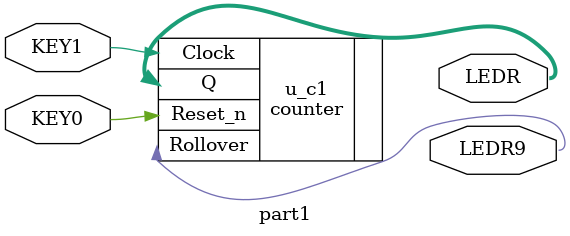
<source format=v>
module part1 (
	input        KEY0, // Reset (neg edge)
	input        KEY1, // Clk
	output [4:0] LEDR, // Counter
	output 		 LEDR9 // Rollover
);

	counter #(
		.n(5),
		.k(20)
	) u_c1 (
		.Clock(KEY1),
		.Reset_n(KEY0),
		.Rollover(LEDR9),
		.Q(LEDR)
	);

endmodule
</source>
